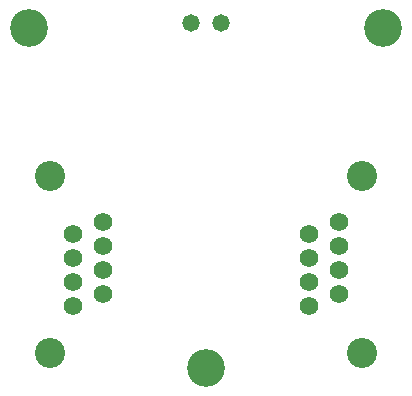
<source format=gbr>
G04 EAGLE Gerber RS-274X export*
G75*
%MOMM*%
%FSLAX34Y34*%
%LPD*%
%INSoldermask Bottom*%
%IPPOS*%
%AMOC8*
5,1,8,0,0,1.08239X$1,22.5*%
G01*
%ADD10C,3.203200*%
%ADD11C,1.473200*%
%ADD12C,1.561200*%
%ADD13C,2.553200*%


D10*
X187500Y-25000D03*
X37500Y262500D03*
X337500Y262500D03*
D11*
X200200Y266900D03*
X174800Y266900D03*
D12*
X275000Y26800D03*
X275000Y47200D03*
X275000Y67600D03*
X275000Y88000D03*
X300400Y37000D03*
X300400Y57400D03*
X300400Y77800D03*
X300400Y98200D03*
D13*
X319800Y137500D03*
X319800Y-12500D03*
D12*
X100000Y98200D03*
X100000Y77800D03*
X100000Y57400D03*
X100000Y37000D03*
X74600Y88000D03*
X74600Y67600D03*
X74600Y47200D03*
X74600Y26800D03*
D13*
X55200Y-12500D03*
X55200Y137500D03*
M02*

</source>
